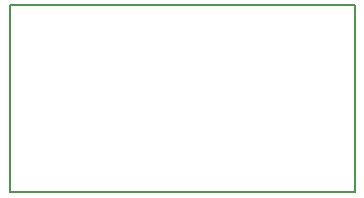
<source format=gko>
G04 DipTrace 3.0.0.2*
G04 crowbar.GKO*
%MOMM*%
G04 #@! TF.FileFunction,Profile*
G04 #@! TF.Part,Single*
%ADD11C,0.14*%
%FSLAX35Y35*%
G04*
G71*
G90*
G75*
G01*
G04 BoardOutline*
%LPD*%
X1000760Y1000760D2*
D11*
Y2588260D1*
X3921760D1*
Y1000760D1*
X3890010D1*
X1000760D1*
M02*

</source>
